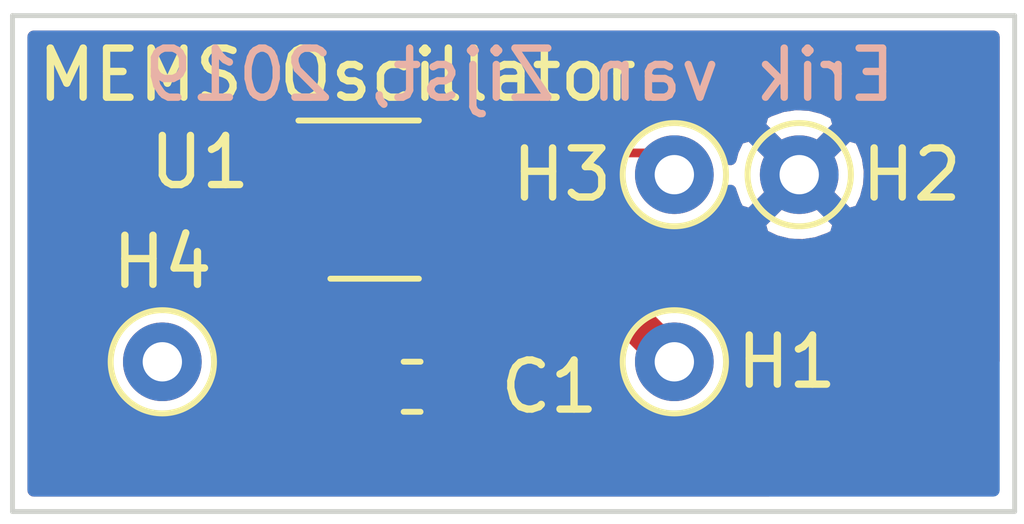
<source format=kicad_pcb>
(kicad_pcb (version 20171130) (host pcbnew "(5.1.2-1)-1")

  (general
    (thickness 1.6)
    (drawings 7)
    (tracks 6)
    (zones 0)
    (modules 6)
    (nets 5)
  )

  (page A4)
  (layers
    (0 F.Cu signal)
    (31 B.Cu signal)
    (32 B.Adhes user)
    (33 F.Adhes user)
    (34 B.Paste user)
    (35 F.Paste user)
    (36 B.SilkS user)
    (37 F.SilkS user)
    (38 B.Mask user)
    (39 F.Mask user)
    (40 Dwgs.User user)
    (41 Cmts.User user)
    (44 Edge.Cuts user)
    (45 Margin user)
    (46 B.CrtYd user)
    (47 F.CrtYd user)
    (48 B.Fab user)
    (49 F.Fab user)
  )

  (setup
    (last_trace_width 0.1778)
    (user_trace_width 0.1778)
    (user_trace_width 0.762)
    (trace_clearance 0.1778)
    (zone_clearance 0.254)
    (zone_45_only no)
    (trace_min 0.1524)
    (via_size 0.762)
    (via_drill 0.381)
    (via_min_size 0.6858)
    (via_min_drill 0.3302)
    (user_via 0.762 0.508)
    (uvia_size 0.762)
    (uvia_drill 0.381)
    (uvias_allowed no)
    (uvia_min_size 0.6858)
    (uvia_min_drill 0.3302)
    (edge_width 0.05)
    (segment_width 0.2)
    (pcb_text_width 0.3)
    (pcb_text_size 1.5 1.5)
    (mod_edge_width 0.12)
    (mod_text_size 1 1)
    (mod_text_width 0.15)
    (pad_size 1.524 1.524)
    (pad_drill 0.762)
    (pad_to_mask_clearance 0.0508)
    (solder_mask_min_width 0.1016)
    (aux_axis_origin 0 0)
    (visible_elements FFFFFF7F)
    (pcbplotparams
      (layerselection 0x010f0_ffffffff)
      (usegerberextensions true)
      (usegerberattributes false)
      (usegerberadvancedattributes false)
      (creategerberjobfile false)
      (excludeedgelayer true)
      (linewidth 0.100000)
      (plotframeref false)
      (viasonmask false)
      (mode 1)
      (useauxorigin false)
      (hpglpennumber 1)
      (hpglpenspeed 20)
      (hpglpendiameter 15.000000)
      (psnegative false)
      (psa4output false)
      (plotreference true)
      (plotvalue false)
      (plotinvisibletext false)
      (padsonsilk false)
      (subtractmaskfromsilk false)
      (outputformat 1)
      (mirror false)
      (drillshape 0)
      (scaleselection 1)
      (outputdirectory "gerbers/"))
  )

  (net 0 "")
  (net 1 "Net-(H3-Pad1)")
  (net 2 "Net-(H4-Pad1)")
  (net 3 VCC)
  (net 4 GND)

  (net_class Default "This is the default net class."
    (clearance 0.1778)
    (trace_width 0.1778)
    (via_dia 0.762)
    (via_drill 0.381)
    (uvia_dia 0.762)
    (uvia_drill 0.381)
    (add_net GND)
    (add_net "Net-(H3-Pad1)")
    (add_net "Net-(H4-Pad1)")
    (add_net VCC)
  )

  (net_class Power ""
    (clearance 0.254)
    (trace_width 1.27)
    (via_dia 1.27)
    (via_drill 1.016)
    (uvia_dia 0.6858)
    (uvia_drill 0.3302)
  )

  (module Package_TO_SOT_SMD:SOT-23-5_HandSoldering (layer F.Cu) (tedit 5A0AB76C) (tstamp 5D57B4B7)
    (at 141.986 81.28)
    (descr "5-pin SOT23 package")
    (tags "SOT-23-5 hand-soldering")
    (path /5D5789AF)
    (attr smd)
    (fp_text reference U1 (at -3.556 -0.762) (layer F.SilkS)
      (effects (font (size 1 1) (thickness 0.15)))
    )
    (fp_text value SIT1630AI (at 0 2.9) (layer F.Fab)
      (effects (font (size 1 1) (thickness 0.15)))
    )
    (fp_line (start 2.38 1.8) (end -2.38 1.8) (layer F.CrtYd) (width 0.05))
    (fp_line (start 2.38 1.8) (end 2.38 -1.8) (layer F.CrtYd) (width 0.05))
    (fp_line (start -2.38 -1.8) (end -2.38 1.8) (layer F.CrtYd) (width 0.05))
    (fp_line (start -2.38 -1.8) (end 2.38 -1.8) (layer F.CrtYd) (width 0.05))
    (fp_line (start 0.9 -1.55) (end 0.9 1.55) (layer F.Fab) (width 0.1))
    (fp_line (start 0.9 1.55) (end -0.9 1.55) (layer F.Fab) (width 0.1))
    (fp_line (start -0.9 -0.9) (end -0.9 1.55) (layer F.Fab) (width 0.1))
    (fp_line (start 0.9 -1.55) (end -0.25 -1.55) (layer F.Fab) (width 0.1))
    (fp_line (start -0.9 -0.9) (end -0.25 -1.55) (layer F.Fab) (width 0.1))
    (fp_line (start 0.9 -1.61) (end -1.55 -1.61) (layer F.SilkS) (width 0.12))
    (fp_line (start -0.9 1.61) (end 0.9 1.61) (layer F.SilkS) (width 0.12))
    (fp_text user %R (at 0 0 90) (layer F.Fab)
      (effects (font (size 0.5 0.5) (thickness 0.075)))
    )
    (pad 5 smd rect (at 1.35 -0.95) (size 1.56 0.65) (layers F.Cu F.Paste F.Mask)
      (net 1 "Net-(H3-Pad1)"))
    (pad 4 smd rect (at 1.35 0.95) (size 1.56 0.65) (layers F.Cu F.Paste F.Mask)
      (net 3 VCC))
    (pad 3 smd rect (at -1.35 0.95) (size 1.56 0.65) (layers F.Cu F.Paste F.Mask)
      (net 4 GND))
    (pad 2 smd rect (at -1.35 0) (size 1.56 0.65) (layers F.Cu F.Paste F.Mask)
      (net 4 GND))
    (pad 1 smd rect (at -1.35 -0.95) (size 1.56 0.65) (layers F.Cu F.Paste F.Mask)
      (net 4 GND))
    (model ${KISYS3DMOD}/Package_TO_SOT_SMD.3dshapes/SOT-23-5.wrl
      (at (xyz 0 0 0))
      (scale (xyz 1 1 1))
      (rotate (xyz 0 0 0))
    )
  )

  (module Capacitor_SMD:C_0603_1608Metric_Pad1.05x0.95mm_HandSolder (layer F.Cu) (tedit 5B301BBE) (tstamp 5D57B39F)
    (at 142.748 85.09)
    (descr "Capacitor SMD 0603 (1608 Metric), square (rectangular) end terminal, IPC_7351 nominal with elongated pad for handsoldering. (Body size source: http://www.tortai-tech.com/upload/download/2011102023233369053.pdf), generated with kicad-footprint-generator")
    (tags "capacitor handsolder")
    (path /5D5785B4)
    (attr smd)
    (fp_text reference C1 (at 2.794 0) (layer F.SilkS)
      (effects (font (size 1 1) (thickness 0.15)))
    )
    (fp_text value 100nF (at 0 1.43) (layer F.Fab)
      (effects (font (size 1 1) (thickness 0.15)))
    )
    (fp_text user %R (at 0 0) (layer F.Fab)
      (effects (font (size 0.4 0.4) (thickness 0.06)))
    )
    (fp_line (start 1.65 0.73) (end -1.65 0.73) (layer F.CrtYd) (width 0.05))
    (fp_line (start 1.65 -0.73) (end 1.65 0.73) (layer F.CrtYd) (width 0.05))
    (fp_line (start -1.65 -0.73) (end 1.65 -0.73) (layer F.CrtYd) (width 0.05))
    (fp_line (start -1.65 0.73) (end -1.65 -0.73) (layer F.CrtYd) (width 0.05))
    (fp_line (start -0.171267 0.51) (end 0.171267 0.51) (layer F.SilkS) (width 0.12))
    (fp_line (start -0.171267 -0.51) (end 0.171267 -0.51) (layer F.SilkS) (width 0.12))
    (fp_line (start 0.8 0.4) (end -0.8 0.4) (layer F.Fab) (width 0.1))
    (fp_line (start 0.8 -0.4) (end 0.8 0.4) (layer F.Fab) (width 0.1))
    (fp_line (start -0.8 -0.4) (end 0.8 -0.4) (layer F.Fab) (width 0.1))
    (fp_line (start -0.8 0.4) (end -0.8 -0.4) (layer F.Fab) (width 0.1))
    (pad 2 smd roundrect (at 0.875 0) (size 1.05 0.95) (layers F.Cu F.Paste F.Mask) (roundrect_rratio 0.25)
      (net 3 VCC))
    (pad 1 smd roundrect (at -0.875 0) (size 1.05 0.95) (layers F.Cu F.Paste F.Mask) (roundrect_rratio 0.25)
      (net 4 GND))
    (model ${KISYS3DMOD}/Capacitor_SMD.3dshapes/C_0603_1608Metric.wrl
      (at (xyz 0 0 0))
      (scale (xyz 1 1 1))
      (rotate (xyz 0 0 0))
    )
  )

  (module clock_mems_extension:Pin_D0.8mm (layer F.Cu) (tedit 5D53AE20) (tstamp 5D540466)
    (at 137.668 84.582)
    (descr "solder Pin_ diameter 0.8mm, hole diameter")
    (tags "solder Pin_ press fit")
    (path /5D5C5532)
    (fp_text reference H4 (at 0 -2.032) (layer F.SilkS)
      (effects (font (size 1 1) (thickness 0.15)))
    )
    (fp_text value NC (at 0 -2.05) (layer F.Fab)
      (effects (font (size 1 1) (thickness 0.15)))
    )
    (fp_circle (center 0 0) (end 1.051 0) (layer F.SilkS) (width 0.12))
    (fp_circle (center 0 0) (end 0.8 0) (layer F.Fab) (width 0.12))
    (fp_circle (center 0 0) (end 0.4 0) (layer F.Fab) (width 0.12))
    (fp_circle (center 0 0) (end 1.2 0) (layer F.CrtYd) (width 0.05))
    (fp_text user %R (at 0 2.25) (layer F.Fab)
      (effects (font (size 1 1) (thickness 0.15)))
    )
    (pad 1 thru_hole circle (at 0 0) (size 1.6 1.6) (drill 0.8) (layers *.Cu *.Mask)
      (net 2 "Net-(H4-Pad1)"))
    (model ${KISYS3DMOD}/Connector_Pin.3dshapes/Pin_D1.0mm_L10.0mm.wrl
      (at (xyz 0 0 0))
      (scale (xyz 1 1 1))
      (rotate (xyz 0 0 0))
    )
  )

  (module clock_mems_extension:Pin_D0.8mm (layer F.Cu) (tedit 5D53AE20) (tstamp 5D53FB00)
    (at 148.082 80.772)
    (descr "solder Pin_ diameter 0.8mm, hole diameter")
    (tags "solder Pin_ press fit")
    (path /5D53C310)
    (fp_text reference H3 (at -2.286 0) (layer F.SilkS)
      (effects (font (size 1 1) (thickness 0.15)))
    )
    (fp_text value CLK (at 0 -2.05) (layer F.Fab)
      (effects (font (size 1 1) (thickness 0.15)))
    )
    (fp_circle (center 0 0) (end 1.051 0) (layer F.SilkS) (width 0.12))
    (fp_circle (center 0 0) (end 0.8 0) (layer F.Fab) (width 0.12))
    (fp_circle (center 0 0) (end 0.4 0) (layer F.Fab) (width 0.12))
    (fp_circle (center 0 0) (end 1.2 0) (layer F.CrtYd) (width 0.05))
    (fp_text user %R (at 0 2.25) (layer F.Fab)
      (effects (font (size 1 1) (thickness 0.15)))
    )
    (pad 1 thru_hole circle (at 0 0) (size 1.6 1.6) (drill 0.8) (layers *.Cu *.Mask)
      (net 1 "Net-(H3-Pad1)"))
    (model ${KISYS3DMOD}/Connector_Pin.3dshapes/Pin_D1.0mm_L10.0mm.wrl
      (at (xyz 0 0 0))
      (scale (xyz 1 1 1))
      (rotate (xyz 0 0 0))
    )
  )

  (module clock_mems_extension:Pin_D0.8mm (layer F.Cu) (tedit 5D53AE20) (tstamp 5D53FAF6)
    (at 150.622 80.772)
    (descr "solder Pin_ diameter 0.8mm, hole diameter")
    (tags "solder Pin_ press fit")
    (path /5D53BAD0)
    (fp_text reference H2 (at 2.286 0) (layer F.SilkS)
      (effects (font (size 1 1) (thickness 0.15)))
    )
    (fp_text value GND (at 0 -2.05) (layer F.Fab)
      (effects (font (size 1 1) (thickness 0.15)))
    )
    (fp_circle (center 0 0) (end 1.051 0) (layer F.SilkS) (width 0.12))
    (fp_circle (center 0 0) (end 0.8 0) (layer F.Fab) (width 0.12))
    (fp_circle (center 0 0) (end 0.4 0) (layer F.Fab) (width 0.12))
    (fp_circle (center 0 0) (end 1.2 0) (layer F.CrtYd) (width 0.05))
    (fp_text user %R (at 0 2.25) (layer F.Fab)
      (effects (font (size 1 1) (thickness 0.15)))
    )
    (pad 1 thru_hole circle (at 0 0) (size 1.6 1.6) (drill 0.8) (layers *.Cu *.Mask)
      (net 4 GND))
    (model ${KISYS3DMOD}/Connector_Pin.3dshapes/Pin_D1.0mm_L10.0mm.wrl
      (at (xyz 0 0 0))
      (scale (xyz 1 1 1))
      (rotate (xyz 0 0 0))
    )
  )

  (module clock_mems_extension:Pin_D0.8mm (layer F.Cu) (tedit 5D53AE20) (tstamp 5D53FAEC)
    (at 148.082 84.582)
    (descr "solder Pin_ diameter 0.8mm, hole diameter")
    (tags "solder Pin_ press fit")
    (path /5D53B571)
    (fp_text reference H1 (at 2.286 0) (layer F.SilkS)
      (effects (font (size 1 1) (thickness 0.15)))
    )
    (fp_text value Vcc (at 0 -2.05) (layer F.Fab)
      (effects (font (size 1 1) (thickness 0.15)))
    )
    (fp_circle (center 0 0) (end 1.051 0) (layer F.SilkS) (width 0.12))
    (fp_circle (center 0 0) (end 0.8 0) (layer F.Fab) (width 0.12))
    (fp_circle (center 0 0) (end 0.4 0) (layer F.Fab) (width 0.12))
    (fp_circle (center 0 0) (end 1.2 0) (layer F.CrtYd) (width 0.05))
    (fp_text user %R (at 0 2.25) (layer F.Fab)
      (effects (font (size 1 1) (thickness 0.15)))
    )
    (pad 1 thru_hole circle (at 0 0) (size 1.6 1.6) (drill 0.8) (layers *.Cu *.Mask)
      (net 3 VCC))
    (model ${KISYS3DMOD}/Connector_Pin.3dshapes/Pin_D1.0mm_L10.0mm.wrl
      (at (xyz 0 0 0))
      (scale (xyz 1 1 1))
      (rotate (xyz 0 0 0))
    )
  )

  (gr_text v01 (at 154.686 86.106) (layer F.Cu)
    (effects (font (size 1.5 1.5) (thickness 0.3)) (justify right))
  )
  (gr_text "Erik van Zijst, 2019" (at 152.654 78.74) (layer B.SilkS)
    (effects (font (size 1 1) (thickness 0.15)) (justify left mirror))
  )
  (gr_text "MEMS Oscillator" (at 141.224 78.74) (layer F.SilkS) (tstamp 5D5757C6)
    (effects (font (size 1 1) (thickness 0.15)))
  )
  (gr_line (start 134.62 77.5335) (end 134.62 87.63) (layer Edge.Cuts) (width 0.1))
  (gr_line (start 155.0035 87.63) (end 134.62 87.63) (layer Edge.Cuts) (width 0.1))
  (gr_line (start 155.0035 77.5335) (end 155.0035 87.63) (layer Edge.Cuts) (width 0.1))
  (gr_line (start 134.62 77.5335) (end 155.0035 77.5335) (layer Edge.Cuts) (width 0.1))

  (segment (start 147.64 80.33) (end 148.082 80.772) (width 0.1778) (layer F.Cu) (net 1))
  (segment (start 143.336 80.33) (end 147.64 80.33) (width 0.1778) (layer F.Cu) (net 1))
  (segment (start 143.623 82.517) (end 143.336 82.23) (width 0.762) (layer F.Cu) (net 3))
  (segment (start 143.623 85.09) (end 143.623 82.517) (width 0.762) (layer F.Cu) (net 3))
  (segment (start 145.73 82.23) (end 148.082 84.582) (width 0.762) (layer F.Cu) (net 3))
  (segment (start 143.336 82.23) (end 145.73 82.23) (width 0.762) (layer F.Cu) (net 3))

  (zone (net 4) (net_name GND) (layer F.Cu) (tstamp 5D57B668) (hatch edge 0.508)
    (connect_pads (clearance 0.254))
    (min_thickness 0.254)
    (fill yes (arc_segments 32) (thermal_gap 0.508) (thermal_bridge_width 0.508))
    (polygon
      (pts
        (xy 134.366 77.216) (xy 155.194 77.216) (xy 155.194 87.884) (xy 134.366 87.884)
      )
    )
    (filled_polygon
      (pts
        (xy 154.572501 84.57) (xy 150.005 84.57) (xy 150.005 87.199) (xy 135.051 87.199) (xy 135.051 84.465682)
        (xy 136.487 84.465682) (xy 136.487 84.698318) (xy 136.532386 84.926485) (xy 136.621412 85.141413) (xy 136.750658 85.334843)
        (xy 136.915157 85.499342) (xy 137.108587 85.628588) (xy 137.323515 85.717614) (xy 137.551682 85.763) (xy 137.784318 85.763)
        (xy 138.012485 85.717614) (xy 138.227413 85.628588) (xy 138.322579 85.565) (xy 140.709928 85.565) (xy 140.722188 85.689482)
        (xy 140.758498 85.80918) (xy 140.817463 85.919494) (xy 140.896815 86.016185) (xy 140.993506 86.095537) (xy 141.10382 86.154502)
        (xy 141.223518 86.190812) (xy 141.348 86.203072) (xy 141.58725 86.2) (xy 141.746 86.04125) (xy 141.746 85.217)
        (xy 140.87175 85.217) (xy 140.713 85.37575) (xy 140.709928 85.565) (xy 138.322579 85.565) (xy 138.420843 85.499342)
        (xy 138.585342 85.334843) (xy 138.714588 85.141413) (xy 138.803614 84.926485) (xy 138.849 84.698318) (xy 138.849 84.615)
        (xy 140.709928 84.615) (xy 140.713 84.80425) (xy 140.87175 84.963) (xy 141.746 84.963) (xy 141.746 84.13875)
        (xy 142 84.13875) (xy 142 84.963) (xy 142.02 84.963) (xy 142.02 85.217) (xy 142 85.217)
        (xy 142 86.04125) (xy 142.15875 86.2) (xy 142.398 86.203072) (xy 142.522482 86.190812) (xy 142.64218 86.154502)
        (xy 142.752494 86.095537) (xy 142.849185 86.016185) (xy 142.928537 85.919494) (xy 142.975849 85.83098) (xy 142.990856 85.843296)
        (xy 143.098105 85.900622) (xy 143.214477 85.935923) (xy 143.3355 85.947843) (xy 143.9105 85.947843) (xy 144.031523 85.935923)
        (xy 144.147895 85.900622) (xy 144.255144 85.843296) (xy 144.349149 85.766149) (xy 144.426296 85.672144) (xy 144.483622 85.564895)
        (xy 144.518923 85.448523) (xy 144.530843 85.3275) (xy 144.530843 84.8525) (xy 144.518923 84.731477) (xy 144.483622 84.615105)
        (xy 144.426296 84.507856) (xy 144.385 84.457536) (xy 144.385 82.992) (xy 145.41437 82.992) (xy 146.901 84.478631)
        (xy 146.901 84.698318) (xy 146.946386 84.926485) (xy 147.035412 85.141413) (xy 147.164658 85.334843) (xy 147.329157 85.499342)
        (xy 147.522587 85.628588) (xy 147.737515 85.717614) (xy 147.965682 85.763) (xy 148.198318 85.763) (xy 148.426485 85.717614)
        (xy 148.641413 85.628588) (xy 148.834843 85.499342) (xy 148.999342 85.334843) (xy 149.128588 85.141413) (xy 149.217614 84.926485)
        (xy 149.263 84.698318) (xy 149.263 84.465682) (xy 149.217614 84.237515) (xy 149.128588 84.022587) (xy 148.999342 83.829157)
        (xy 148.834843 83.664658) (xy 148.641413 83.535412) (xy 148.426485 83.446386) (xy 148.198318 83.401) (xy 147.978631 83.401)
        (xy 146.295284 81.717654) (xy 146.271422 81.688578) (xy 146.155392 81.593355) (xy 146.023015 81.522598) (xy 145.879378 81.479026)
        (xy 145.767426 81.468) (xy 145.767423 81.468) (xy 145.73 81.464314) (xy 145.692577 81.468) (xy 143.373423 81.468)
        (xy 143.336 81.464314) (xy 143.298577 81.468) (xy 143.298574 81.468) (xy 143.186622 81.479026) (xy 143.044439 81.522157)
        (xy 142.556 81.522157) (xy 142.481311 81.529513) (xy 142.409492 81.551299) (xy 142.343304 81.586678) (xy 142.285289 81.634289)
        (xy 142.237678 81.692304) (xy 142.202299 81.758492) (xy 142.180513 81.830311) (xy 142.173157 81.905) (xy 142.173157 82.555)
        (xy 142.180513 82.629689) (xy 142.202299 82.701508) (xy 142.237678 82.767696) (xy 142.285289 82.825711) (xy 142.343304 82.873322)
        (xy 142.409492 82.908701) (xy 142.481311 82.930487) (xy 142.556 82.937843) (xy 142.861001 82.937843) (xy 142.861 84.178212)
        (xy 142.849185 84.163815) (xy 142.752494 84.084463) (xy 142.64218 84.025498) (xy 142.522482 83.989188) (xy 142.398 83.976928)
        (xy 142.15875 83.98) (xy 142 84.13875) (xy 141.746 84.13875) (xy 141.58725 83.98) (xy 141.348 83.976928)
        (xy 141.223518 83.989188) (xy 141.10382 84.025498) (xy 140.993506 84.084463) (xy 140.896815 84.163815) (xy 140.817463 84.260506)
        (xy 140.758498 84.37082) (xy 140.722188 84.490518) (xy 140.709928 84.615) (xy 138.849 84.615) (xy 138.849 84.465682)
        (xy 138.803614 84.237515) (xy 138.714588 84.022587) (xy 138.585342 83.829157) (xy 138.420843 83.664658) (xy 138.227413 83.535412)
        (xy 138.012485 83.446386) (xy 137.784318 83.401) (xy 137.551682 83.401) (xy 137.323515 83.446386) (xy 137.108587 83.535412)
        (xy 136.915157 83.664658) (xy 136.750658 83.829157) (xy 136.621412 84.022587) (xy 136.532386 84.237515) (xy 136.487 84.465682)
        (xy 135.051 84.465682) (xy 135.051 82.555) (xy 139.217928 82.555) (xy 139.230188 82.679482) (xy 139.266498 82.79918)
        (xy 139.325463 82.909494) (xy 139.404815 83.006185) (xy 139.501506 83.085537) (xy 139.61182 83.144502) (xy 139.731518 83.180812)
        (xy 139.856 83.193072) (xy 140.35025 83.19) (xy 140.509 83.03125) (xy 140.509 82.357) (xy 140.763 82.357)
        (xy 140.763 83.03125) (xy 140.92175 83.19) (xy 141.416 83.193072) (xy 141.540482 83.180812) (xy 141.66018 83.144502)
        (xy 141.770494 83.085537) (xy 141.867185 83.006185) (xy 141.946537 82.909494) (xy 142.005502 82.79918) (xy 142.041812 82.679482)
        (xy 142.054072 82.555) (xy 142.051 82.51575) (xy 141.89225 82.357) (xy 140.763 82.357) (xy 140.509 82.357)
        (xy 139.37975 82.357) (xy 139.221 82.51575) (xy 139.217928 82.555) (xy 135.051 82.555) (xy 135.051 80.655)
        (xy 139.217928 80.655) (xy 139.230188 80.779482) (xy 139.237929 80.805) (xy 139.230188 80.830518) (xy 139.217928 80.955)
        (xy 139.221 80.99425) (xy 139.37975 81.153) (xy 139.461859 81.153) (xy 139.501506 81.185537) (xy 139.61182 81.244502)
        (xy 139.728841 81.28) (xy 139.61182 81.315498) (xy 139.501506 81.374463) (xy 139.461859 81.407) (xy 139.37975 81.407)
        (xy 139.221 81.56575) (xy 139.217928 81.605) (xy 139.230188 81.729482) (xy 139.237929 81.755) (xy 139.230188 81.780518)
        (xy 139.217928 81.905) (xy 139.221 81.94425) (xy 139.37975 82.103) (xy 139.461859 82.103) (xy 139.501506 82.135537)
        (xy 139.61182 82.194502) (xy 139.731518 82.230812) (xy 139.856 82.243072) (xy 140.35025 82.24) (xy 140.48725 82.103)
        (xy 140.509 82.103) (xy 140.509 81.407) (xy 140.48725 81.407) (xy 140.36025 81.28) (xy 140.48725 81.153)
        (xy 140.509 81.153) (xy 140.509 80.457) (xy 140.763 80.457) (xy 140.763 81.153) (xy 140.78475 81.153)
        (xy 140.91175 81.28) (xy 140.78475 81.407) (xy 140.763 81.407) (xy 140.763 82.103) (xy 140.78475 82.103)
        (xy 140.92175 82.24) (xy 141.416 82.243072) (xy 141.540482 82.230812) (xy 141.66018 82.194502) (xy 141.770494 82.135537)
        (xy 141.810141 82.103) (xy 141.89225 82.103) (xy 142.051 81.94425) (xy 142.054072 81.905) (xy 142.041812 81.780518)
        (xy 142.034071 81.755) (xy 142.041812 81.729482) (xy 142.054072 81.605) (xy 142.051 81.56575) (xy 141.89225 81.407)
        (xy 141.810141 81.407) (xy 141.770494 81.374463) (xy 141.66018 81.315498) (xy 141.543159 81.28) (xy 141.66018 81.244502)
        (xy 141.770494 81.185537) (xy 141.810141 81.153) (xy 141.89225 81.153) (xy 142.051 80.99425) (xy 142.054072 80.955)
        (xy 142.041812 80.830518) (xy 142.034071 80.805) (xy 142.041812 80.779482) (xy 142.054072 80.655) (xy 142.051 80.61575)
        (xy 141.89225 80.457) (xy 141.810141 80.457) (xy 141.770494 80.424463) (xy 141.66018 80.365498) (xy 141.540482 80.329188)
        (xy 141.416 80.316928) (xy 140.92175 80.32) (xy 140.78475 80.457) (xy 140.763 80.457) (xy 140.509 80.457)
        (xy 140.48725 80.457) (xy 140.35025 80.32) (xy 139.856 80.316928) (xy 139.731518 80.329188) (xy 139.61182 80.365498)
        (xy 139.501506 80.424463) (xy 139.461859 80.457) (xy 139.37975 80.457) (xy 139.221 80.61575) (xy 139.217928 80.655)
        (xy 135.051 80.655) (xy 135.051 80.005) (xy 139.217928 80.005) (xy 139.221 80.04425) (xy 139.37975 80.203)
        (xy 140.509 80.203) (xy 140.509 79.52875) (xy 140.763 79.52875) (xy 140.763 80.203) (xy 141.89225 80.203)
        (xy 142.051 80.04425) (xy 142.054072 80.005) (xy 142.173157 80.005) (xy 142.173157 80.655) (xy 142.180513 80.729689)
        (xy 142.202299 80.801508) (xy 142.237678 80.867696) (xy 142.285289 80.925711) (xy 142.343304 80.973322) (xy 142.409492 81.008701)
        (xy 142.481311 81.030487) (xy 142.556 81.037843) (xy 144.116 81.037843) (xy 144.190689 81.030487) (xy 144.262508 81.008701)
        (xy 144.328696 80.973322) (xy 144.386711 80.925711) (xy 144.434322 80.867696) (xy 144.469701 80.801508) (xy 144.470189 80.7999)
        (xy 146.901 80.7999) (xy 146.901 80.888318) (xy 146.946386 81.116485) (xy 147.035412 81.331413) (xy 147.164658 81.524843)
        (xy 147.329157 81.689342) (xy 147.522587 81.818588) (xy 147.737515 81.907614) (xy 147.965682 81.953) (xy 148.198318 81.953)
        (xy 148.426485 81.907614) (xy 148.641413 81.818588) (xy 148.722058 81.764702) (xy 149.808903 81.764702) (xy 149.880486 82.008671)
        (xy 150.135996 82.129571) (xy 150.410184 82.1983) (xy 150.692512 82.212217) (xy 150.97213 82.170787) (xy 151.238292 82.075603)
        (xy 151.363514 82.008671) (xy 151.435097 81.764702) (xy 150.622 80.951605) (xy 149.808903 81.764702) (xy 148.722058 81.764702)
        (xy 148.834843 81.689342) (xy 148.999342 81.524843) (xy 149.128588 81.331413) (xy 149.217614 81.116485) (xy 149.220343 81.102763)
        (xy 149.223213 81.12213) (xy 149.318397 81.388292) (xy 149.385329 81.513514) (xy 149.629298 81.585097) (xy 150.442395 80.772)
        (xy 150.801605 80.772) (xy 151.614702 81.585097) (xy 151.858671 81.513514) (xy 151.979571 81.258004) (xy 152.0483 80.983816)
        (xy 152.062217 80.701488) (xy 152.020787 80.42187) (xy 151.925603 80.155708) (xy 151.858671 80.030486) (xy 151.614702 79.958903)
        (xy 150.801605 80.772) (xy 150.442395 80.772) (xy 149.629298 79.958903) (xy 149.385329 80.030486) (xy 149.264429 80.285996)
        (xy 149.222632 80.452741) (xy 149.217614 80.427515) (xy 149.128588 80.212587) (xy 148.999342 80.019157) (xy 148.834843 79.854658)
        (xy 148.722059 79.779298) (xy 149.808903 79.779298) (xy 150.622 80.592395) (xy 151.435097 79.779298) (xy 151.363514 79.535329)
        (xy 151.108004 79.414429) (xy 150.833816 79.3457) (xy 150.551488 79.331783) (xy 150.27187 79.373213) (xy 150.005708 79.468397)
        (xy 149.880486 79.535329) (xy 149.808903 79.779298) (xy 148.722059 79.779298) (xy 148.641413 79.725412) (xy 148.426485 79.636386)
        (xy 148.198318 79.591) (xy 147.965682 79.591) (xy 147.737515 79.636386) (xy 147.522587 79.725412) (xy 147.329157 79.854658)
        (xy 147.323715 79.8601) (xy 144.470189 79.8601) (xy 144.469701 79.858492) (xy 144.434322 79.792304) (xy 144.386711 79.734289)
        (xy 144.328696 79.686678) (xy 144.262508 79.651299) (xy 144.190689 79.629513) (xy 144.116 79.622157) (xy 142.556 79.622157)
        (xy 142.481311 79.629513) (xy 142.409492 79.651299) (xy 142.343304 79.686678) (xy 142.285289 79.734289) (xy 142.237678 79.792304)
        (xy 142.202299 79.858492) (xy 142.180513 79.930311) (xy 142.173157 80.005) (xy 142.054072 80.005) (xy 142.041812 79.880518)
        (xy 142.005502 79.76082) (xy 141.946537 79.650506) (xy 141.867185 79.553815) (xy 141.770494 79.474463) (xy 141.66018 79.415498)
        (xy 141.540482 79.379188) (xy 141.416 79.366928) (xy 140.92175 79.37) (xy 140.763 79.52875) (xy 140.509 79.52875)
        (xy 140.35025 79.37) (xy 139.856 79.366928) (xy 139.731518 79.379188) (xy 139.61182 79.415498) (xy 139.501506 79.474463)
        (xy 139.404815 79.553815) (xy 139.325463 79.650506) (xy 139.266498 79.76082) (xy 139.230188 79.880518) (xy 139.217928 80.005)
        (xy 135.051 80.005) (xy 135.051 77.9645) (xy 154.5725 77.9645)
      )
    )
  )
  (zone (net 4) (net_name GND) (layer B.Cu) (tstamp 5D57B665) (hatch edge 0.508)
    (connect_pads (clearance 0.254))
    (min_thickness 0.254)
    (fill yes (arc_segments 32) (thermal_gap 0.508) (thermal_bridge_width 0.508))
    (polygon
      (pts
        (xy 134.366 77.216) (xy 155.194 77.216) (xy 155.194 87.884) (xy 134.366 87.884)
      )
    )
    (filled_polygon
      (pts
        (xy 154.572501 87.199) (xy 135.051 87.199) (xy 135.051 84.465682) (xy 136.487 84.465682) (xy 136.487 84.698318)
        (xy 136.532386 84.926485) (xy 136.621412 85.141413) (xy 136.750658 85.334843) (xy 136.915157 85.499342) (xy 137.108587 85.628588)
        (xy 137.323515 85.717614) (xy 137.551682 85.763) (xy 137.784318 85.763) (xy 138.012485 85.717614) (xy 138.227413 85.628588)
        (xy 138.420843 85.499342) (xy 138.585342 85.334843) (xy 138.714588 85.141413) (xy 138.803614 84.926485) (xy 138.849 84.698318)
        (xy 138.849 84.465682) (xy 146.901 84.465682) (xy 146.901 84.698318) (xy 146.946386 84.926485) (xy 147.035412 85.141413)
        (xy 147.164658 85.334843) (xy 147.329157 85.499342) (xy 147.522587 85.628588) (xy 147.737515 85.717614) (xy 147.965682 85.763)
        (xy 148.198318 85.763) (xy 148.426485 85.717614) (xy 148.641413 85.628588) (xy 148.834843 85.499342) (xy 148.999342 85.334843)
        (xy 149.128588 85.141413) (xy 149.217614 84.926485) (xy 149.263 84.698318) (xy 149.263 84.465682) (xy 149.217614 84.237515)
        (xy 149.128588 84.022587) (xy 148.999342 83.829157) (xy 148.834843 83.664658) (xy 148.641413 83.535412) (xy 148.426485 83.446386)
        (xy 148.198318 83.401) (xy 147.965682 83.401) (xy 147.737515 83.446386) (xy 147.522587 83.535412) (xy 147.329157 83.664658)
        (xy 147.164658 83.829157) (xy 147.035412 84.022587) (xy 146.946386 84.237515) (xy 146.901 84.465682) (xy 138.849 84.465682)
        (xy 138.803614 84.237515) (xy 138.714588 84.022587) (xy 138.585342 83.829157) (xy 138.420843 83.664658) (xy 138.227413 83.535412)
        (xy 138.012485 83.446386) (xy 137.784318 83.401) (xy 137.551682 83.401) (xy 137.323515 83.446386) (xy 137.108587 83.535412)
        (xy 136.915157 83.664658) (xy 136.750658 83.829157) (xy 136.621412 84.022587) (xy 136.532386 84.237515) (xy 136.487 84.465682)
        (xy 135.051 84.465682) (xy 135.051 80.655682) (xy 146.901 80.655682) (xy 146.901 80.888318) (xy 146.946386 81.116485)
        (xy 147.035412 81.331413) (xy 147.164658 81.524843) (xy 147.329157 81.689342) (xy 147.522587 81.818588) (xy 147.737515 81.907614)
        (xy 147.965682 81.953) (xy 148.198318 81.953) (xy 148.426485 81.907614) (xy 148.641413 81.818588) (xy 148.722058 81.764702)
        (xy 149.808903 81.764702) (xy 149.880486 82.008671) (xy 150.135996 82.129571) (xy 150.410184 82.1983) (xy 150.692512 82.212217)
        (xy 150.97213 82.170787) (xy 151.238292 82.075603) (xy 151.363514 82.008671) (xy 151.435097 81.764702) (xy 150.622 80.951605)
        (xy 149.808903 81.764702) (xy 148.722058 81.764702) (xy 148.834843 81.689342) (xy 148.999342 81.524843) (xy 149.128588 81.331413)
        (xy 149.217614 81.116485) (xy 149.220343 81.102763) (xy 149.223213 81.12213) (xy 149.318397 81.388292) (xy 149.385329 81.513514)
        (xy 149.629298 81.585097) (xy 150.442395 80.772) (xy 150.801605 80.772) (xy 151.614702 81.585097) (xy 151.858671 81.513514)
        (xy 151.979571 81.258004) (xy 152.0483 80.983816) (xy 152.062217 80.701488) (xy 152.020787 80.42187) (xy 151.925603 80.155708)
        (xy 151.858671 80.030486) (xy 151.614702 79.958903) (xy 150.801605 80.772) (xy 150.442395 80.772) (xy 149.629298 79.958903)
        (xy 149.385329 80.030486) (xy 149.264429 80.285996) (xy 149.222632 80.452741) (xy 149.217614 80.427515) (xy 149.128588 80.212587)
        (xy 148.999342 80.019157) (xy 148.834843 79.854658) (xy 148.722059 79.779298) (xy 149.808903 79.779298) (xy 150.622 80.592395)
        (xy 151.435097 79.779298) (xy 151.363514 79.535329) (xy 151.108004 79.414429) (xy 150.833816 79.3457) (xy 150.551488 79.331783)
        (xy 150.27187 79.373213) (xy 150.005708 79.468397) (xy 149.880486 79.535329) (xy 149.808903 79.779298) (xy 148.722059 79.779298)
        (xy 148.641413 79.725412) (xy 148.426485 79.636386) (xy 148.198318 79.591) (xy 147.965682 79.591) (xy 147.737515 79.636386)
        (xy 147.522587 79.725412) (xy 147.329157 79.854658) (xy 147.164658 80.019157) (xy 147.035412 80.212587) (xy 146.946386 80.427515)
        (xy 146.901 80.655682) (xy 135.051 80.655682) (xy 135.051 77.9645) (xy 154.5725 77.9645)
      )
    )
  )
)

</source>
